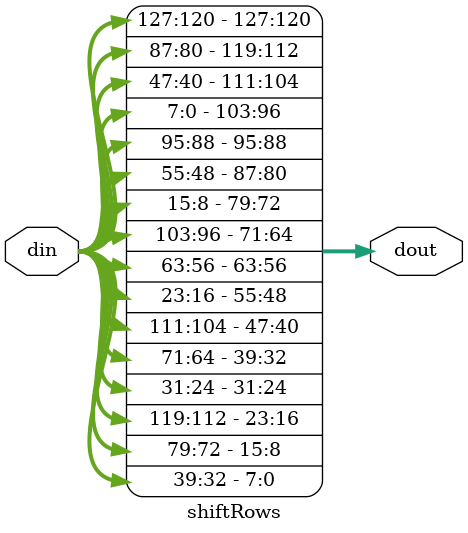
<source format=v>
module shiftRows(din,dout);
input wire[127:0] din;
output wire [127:0]dout;


assign dout[7+0*8:0*8]   =din[7+4*8:4*8];
assign dout[7+4*8:4*8]   =din[7+8*8:8*8];
assign dout[7+8*8:8*8]   =din[7+12*8:12*8];
assign dout[7+12*8:12*8] =din[7+0*8:0*8];
assign dout[7+1*8:1*8]   =din[7+9*8:9*8];
assign dout[7+5*8:5*8]   =din[7+13*8:13*8];
assign dout[7+9*8:9*8]   =din[7+1*8:1*8];
assign dout[7+13*8:13*8] =din[7+5*8:5*8];
assign dout[7+2*8:2*8]   =din[7+14*8:14*8];
assign dout[7+6*8:6*8]   =din[7+2*8:2*8];
assign dout[7+10*8:10*8] =din[7+6*8:6*8];
assign dout[7+14*8:14*8] =din[7+10*8:10*8];
assign dout[7+3*8:3*8]   =din[7+3*8:3*8];
assign dout[7+7*8:7*8]   =din[7+7*8:7*8];
assign dout[7+11*8:11*8] =din[7+11*8:11*8];
assign dout[7+15*8:15*8] =din[7+15*8:15*8];


endmodule

</source>
